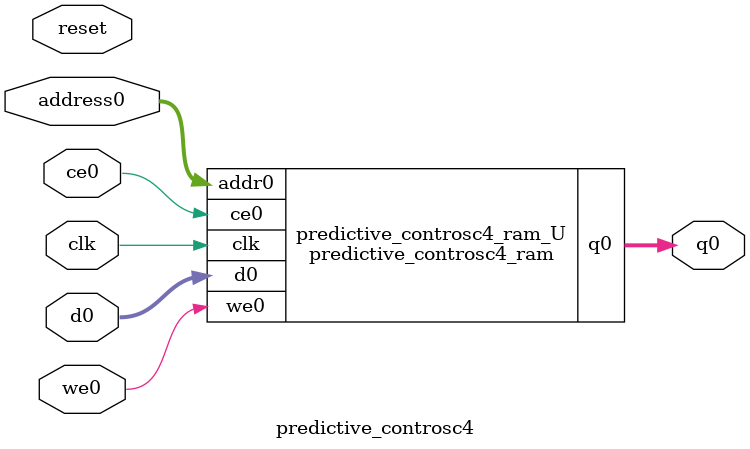
<source format=v>
`timescale 1 ns / 1 ps
module predictive_controsc4_ram (addr0, ce0, d0, we0, q0,  clk);

parameter DWIDTH = 32;
parameter AWIDTH = 5;
parameter MEM_SIZE = 32;

input[AWIDTH-1:0] addr0;
input ce0;
input[DWIDTH-1:0] d0;
input we0;
output reg[DWIDTH-1:0] q0;
input clk;

(* ram_style = "block" *)reg [DWIDTH-1:0] ram[0:MEM_SIZE-1];




always @(posedge clk)  
begin 
    if (ce0) 
    begin
        if (we0) 
        begin 
            ram[addr0] <= d0; 
        end 
        q0 <= ram[addr0];
    end
end


endmodule

`timescale 1 ns / 1 ps
module predictive_controsc4(
    reset,
    clk,
    address0,
    ce0,
    we0,
    d0,
    q0);

parameter DataWidth = 32'd32;
parameter AddressRange = 32'd32;
parameter AddressWidth = 32'd5;
input reset;
input clk;
input[AddressWidth - 1:0] address0;
input ce0;
input we0;
input[DataWidth - 1:0] d0;
output[DataWidth - 1:0] q0;



predictive_controsc4_ram predictive_controsc4_ram_U(
    .clk( clk ),
    .addr0( address0 ),
    .ce0( ce0 ),
    .we0( we0 ),
    .d0( d0 ),
    .q0( q0 ));

endmodule


</source>
